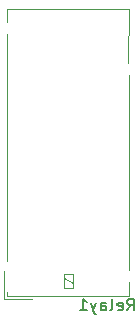
<source format=gbr>
%TF.GenerationSoftware,KiCad,Pcbnew,6.0.2+dfsg-1*%
%TF.CreationDate,2023-03-19T16:54:37+01:00*%
%TF.ProjectId,recruitment,72656372-7569-4746-9d65-6e742e6b6963,rev?*%
%TF.SameCoordinates,Original*%
%TF.FileFunction,Legend,Bot*%
%TF.FilePolarity,Positive*%
%FSLAX46Y46*%
G04 Gerber Fmt 4.6, Leading zero omitted, Abs format (unit mm)*
G04 Created by KiCad (PCBNEW 6.0.2+dfsg-1) date 2023-03-19 16:54:37*
%MOMM*%
%LPD*%
G01*
G04 APERTURE LIST*
%ADD10C,0.150000*%
%ADD11C,0.120000*%
G04 APERTURE END LIST*
D10*
%TO.C,Relay1*%
X121952976Y-102219880D02*
X122286309Y-101743690D01*
X122524404Y-102219880D02*
X122524404Y-101219880D01*
X122143452Y-101219880D01*
X122048214Y-101267500D01*
X122000595Y-101315119D01*
X121952976Y-101410357D01*
X121952976Y-101553214D01*
X122000595Y-101648452D01*
X122048214Y-101696071D01*
X122143452Y-101743690D01*
X122524404Y-101743690D01*
X121143452Y-102172261D02*
X121238690Y-102219880D01*
X121429166Y-102219880D01*
X121524404Y-102172261D01*
X121572023Y-102077023D01*
X121572023Y-101696071D01*
X121524404Y-101600833D01*
X121429166Y-101553214D01*
X121238690Y-101553214D01*
X121143452Y-101600833D01*
X121095833Y-101696071D01*
X121095833Y-101791309D01*
X121572023Y-101886547D01*
X120524404Y-102219880D02*
X120619642Y-102172261D01*
X120667261Y-102077023D01*
X120667261Y-101219880D01*
X119714880Y-102219880D02*
X119714880Y-101696071D01*
X119762500Y-101600833D01*
X119857738Y-101553214D01*
X120048214Y-101553214D01*
X120143452Y-101600833D01*
X119714880Y-102172261D02*
X119810119Y-102219880D01*
X120048214Y-102219880D01*
X120143452Y-102172261D01*
X120191071Y-102077023D01*
X120191071Y-101981785D01*
X120143452Y-101886547D01*
X120048214Y-101838928D01*
X119810119Y-101838928D01*
X119714880Y-101791309D01*
X119333928Y-101553214D02*
X119095833Y-102219880D01*
X118857738Y-101553214D02*
X119095833Y-102219880D01*
X119191071Y-102457976D01*
X119238690Y-102505595D01*
X119333928Y-102553214D01*
X117952976Y-102219880D02*
X118524404Y-102219880D01*
X118238690Y-102219880D02*
X118238690Y-101219880D01*
X118333928Y-101362738D01*
X118429166Y-101457976D01*
X118524404Y-101505595D01*
D11*
X111532500Y-98867500D02*
X111532500Y-101207500D01*
X116632500Y-99507500D02*
X117332500Y-99907500D01*
X111782500Y-76657500D02*
X111782500Y-77797500D01*
X116632500Y-100307500D02*
X116632500Y-99107500D01*
X117332500Y-99107500D02*
X117332500Y-100307500D01*
X111782500Y-97997500D02*
X111782500Y-78817500D01*
X122082500Y-100957500D02*
X111782500Y-100957500D01*
X122072500Y-81257500D02*
X122082500Y-76657500D01*
X122082500Y-98797500D02*
X122082500Y-82317500D01*
X116632500Y-99107500D02*
X117332500Y-99107500D01*
X122082500Y-76657500D02*
X111782500Y-76657500D01*
X117332500Y-100307500D02*
X116632500Y-100307500D01*
X122082500Y-100957500D02*
X122082500Y-99817500D01*
X111532500Y-101207500D02*
X113932500Y-101207500D01*
X111782500Y-100957500D02*
X111782500Y-100617500D01*
%TD*%
M02*

</source>
